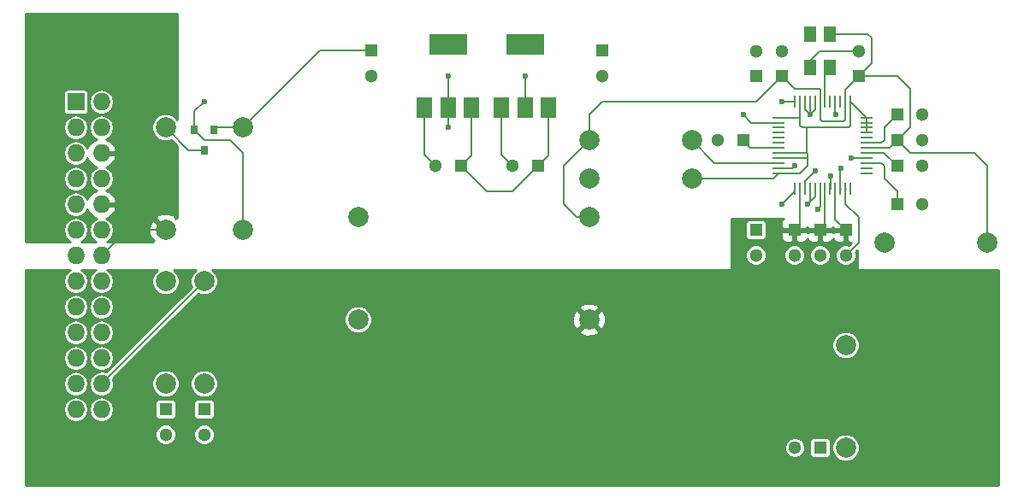
<source format=gbr>
G04 #@! TF.FileFunction,Copper,L1,Top,Signal*
%FSLAX46Y46*%
G04 Gerber Fmt 4.6, Leading zero omitted, Abs format (unit mm)*
G04 Created by KiCad (PCBNEW 4.0.5+dfsg1-4) date Fri Dec 21 19:33:44 2018*
%MOMM*%
%LPD*%
G01*
G04 APERTURE LIST*
%ADD10C,0.100000*%
%ADD11R,1.300000X0.250000*%
%ADD12R,0.250000X1.300000*%
%ADD13R,1.300000X1.300000*%
%ADD14C,1.300000*%
%ADD15R,1.727200X1.727200*%
%ADD16O,1.727200X1.727200*%
%ADD17R,0.800000X0.900000*%
%ADD18C,1.998980*%
%ADD19R,3.800000X2.000000*%
%ADD20R,1.500000X2.000000*%
%ADD21R,1.300000X1.600000*%
%ADD22C,0.600000*%
%ADD23C,0.203200*%
%ADD24C,0.254000*%
G04 APERTURE END LIST*
D10*
D11*
X192564000Y-107398000D03*
X192564000Y-106898000D03*
X192564000Y-106398000D03*
X192564000Y-105898000D03*
X192564000Y-105398000D03*
X192564000Y-104898000D03*
X192564000Y-104398000D03*
X192564000Y-103898000D03*
X192564000Y-103398000D03*
X192564000Y-102898000D03*
X192564000Y-102398000D03*
X192564000Y-101898000D03*
D12*
X190964000Y-100298000D03*
X190464000Y-100298000D03*
X189964000Y-100298000D03*
X189464000Y-100298000D03*
X188964000Y-100298000D03*
X188464000Y-100298000D03*
X187964000Y-100298000D03*
X187464000Y-100298000D03*
X186964000Y-100298000D03*
X186464000Y-100298000D03*
X185964000Y-100298000D03*
X185464000Y-100298000D03*
D11*
X183864000Y-101898000D03*
X183864000Y-102398000D03*
X183864000Y-102898000D03*
X183864000Y-103398000D03*
X183864000Y-103898000D03*
X183864000Y-104398000D03*
X183864000Y-104898000D03*
X183864000Y-105398000D03*
X183864000Y-105898000D03*
X183864000Y-106398000D03*
X183864000Y-106898000D03*
X183864000Y-107398000D03*
D12*
X185464000Y-108998000D03*
X185964000Y-108998000D03*
X186464000Y-108998000D03*
X186964000Y-108998000D03*
X187464000Y-108998000D03*
X187964000Y-108998000D03*
X188464000Y-108998000D03*
X188964000Y-108998000D03*
X189464000Y-108998000D03*
X189964000Y-108998000D03*
X190464000Y-108998000D03*
X190964000Y-108998000D03*
D13*
X181610000Y-113030000D03*
D14*
X181610000Y-115530000D03*
D15*
X114300000Y-100330000D03*
D16*
X116840000Y-100330000D03*
X114300000Y-102870000D03*
X116840000Y-102870000D03*
X114300000Y-105410000D03*
X116840000Y-105410000D03*
X114300000Y-107950000D03*
X116840000Y-107950000D03*
X114300000Y-110490000D03*
X116840000Y-110490000D03*
X114300000Y-113030000D03*
X116840000Y-113030000D03*
X114300000Y-115570000D03*
X116840000Y-115570000D03*
X114300000Y-118110000D03*
X116840000Y-118110000D03*
X114300000Y-120650000D03*
X116840000Y-120650000D03*
X114300000Y-123190000D03*
X116840000Y-123190000D03*
X114300000Y-125730000D03*
X116840000Y-125730000D03*
X114300000Y-128270000D03*
X116840000Y-128270000D03*
X114300000Y-130810000D03*
X116840000Y-130810000D03*
D13*
X160020000Y-106680000D03*
D14*
X157520000Y-106680000D03*
D13*
X152400000Y-106680000D03*
D14*
X149900000Y-106680000D03*
D13*
X143510000Y-95250000D03*
D14*
X143510000Y-97750000D03*
D13*
X166370000Y-95250000D03*
D14*
X166370000Y-97750000D03*
D13*
X184150000Y-97790000D03*
D14*
X184150000Y-95290000D03*
D13*
X191770000Y-97790000D03*
D14*
X191770000Y-95290000D03*
D13*
X195580000Y-104140000D03*
D14*
X198080000Y-104140000D03*
D13*
X195580000Y-101600000D03*
D14*
X198080000Y-101600000D03*
D13*
X195580000Y-106680000D03*
D14*
X198080000Y-106680000D03*
D13*
X181610000Y-97790000D03*
D14*
X181610000Y-95290000D03*
D13*
X180340000Y-104140000D03*
D14*
X177840000Y-104140000D03*
D13*
X185420000Y-113030000D03*
D14*
X185420000Y-115530000D03*
D13*
X187960000Y-113030000D03*
D14*
X187960000Y-115530000D03*
D13*
X190500000Y-113030000D03*
D14*
X190500000Y-115530000D03*
D13*
X187960000Y-134620000D03*
D14*
X185460000Y-134620000D03*
D13*
X127000000Y-130810000D03*
D14*
X127000000Y-133310000D03*
D13*
X123190000Y-130810000D03*
D14*
X123190000Y-133310000D03*
D13*
X195580000Y-110490000D03*
D14*
X198080000Y-110490000D03*
D17*
X127950000Y-103140000D03*
X126050000Y-103140000D03*
X127000000Y-105140000D03*
D18*
X165100000Y-121920000D03*
X165100000Y-111760000D03*
X142240000Y-121920000D03*
X142240000Y-111760000D03*
X165100000Y-107950000D03*
X175260000Y-107950000D03*
X165100000Y-104140000D03*
X175260000Y-104140000D03*
X190500000Y-134620000D03*
X190500000Y-124460000D03*
X127000000Y-128270000D03*
X127000000Y-118110000D03*
X123190000Y-128270000D03*
X123190000Y-118110000D03*
X194310000Y-114300000D03*
X204470000Y-114300000D03*
X130810000Y-113030000D03*
X130810000Y-102870000D03*
X123190000Y-102870000D03*
X123190000Y-113030000D03*
D19*
X151130000Y-94640000D03*
D20*
X151130000Y-100940000D03*
X153430000Y-100940000D03*
X148830000Y-100940000D03*
D19*
X158750000Y-94640000D03*
D20*
X158750000Y-100940000D03*
X161050000Y-100940000D03*
X156450000Y-100940000D03*
D21*
X186960000Y-93600000D03*
X186960000Y-96900000D03*
X188960000Y-96900000D03*
X188960000Y-93600000D03*
D22*
X189484000Y-101600000D03*
X186944000Y-101600000D03*
X191008000Y-105918000D03*
X185420000Y-106680000D03*
X151130000Y-97790000D03*
X151130000Y-102870000D03*
X184150000Y-100330000D03*
X158750000Y-97790000D03*
X186690000Y-110490000D03*
X184150000Y-110490000D03*
X188976000Y-107696000D03*
X189992000Y-106934000D03*
X187452000Y-107188000D03*
X127000000Y-100330000D03*
X180340000Y-101600000D03*
X187706000Y-110998000D03*
D23*
X116840000Y-115570000D02*
X119380000Y-113030000D01*
X119380000Y-113030000D02*
X123190000Y-113030000D01*
X160020000Y-106680000D02*
X157480000Y-109220000D01*
X157480000Y-109220000D02*
X154940000Y-109220000D01*
X154940000Y-109220000D02*
X152400000Y-106680000D01*
X160020000Y-106680000D02*
X161050000Y-105650000D01*
X161050000Y-105650000D02*
X161050000Y-100940000D01*
X152400000Y-106680000D02*
X153430000Y-105650000D01*
X153430000Y-105650000D02*
X153430000Y-100940000D01*
X189464000Y-100298000D02*
X189464000Y-101580000D01*
X189464000Y-101580000D02*
X189484000Y-101600000D01*
X187464000Y-100298000D02*
X187464000Y-101080000D01*
X186464000Y-101120000D02*
X186944000Y-101600000D01*
X186464000Y-100298000D02*
X186464000Y-101120000D01*
X186964000Y-101580000D02*
X186944000Y-101600000D01*
X186964000Y-101580000D02*
X186964000Y-100298000D01*
X187464000Y-101080000D02*
X186944000Y-101600000D01*
X192564000Y-105898000D02*
X191028000Y-105898000D01*
X191028000Y-105898000D02*
X191008000Y-105918000D01*
X187464000Y-100298000D02*
X187464000Y-100826000D01*
X186964000Y-100298000D02*
X186964000Y-100604000D01*
X183864000Y-106898000D02*
X185202000Y-106898000D01*
X185202000Y-106898000D02*
X185420000Y-106680000D01*
X186960000Y-96900000D02*
X186960000Y-96250000D01*
X186960000Y-96250000D02*
X187920000Y-95290000D01*
X187920000Y-95290000D02*
X191770000Y-95290000D01*
X149900000Y-106680000D02*
X148830000Y-105610000D01*
X148830000Y-105610000D02*
X148830000Y-100940000D01*
X157520000Y-106680000D02*
X156450000Y-105610000D01*
X156450000Y-105610000D02*
X156450000Y-100940000D01*
X190464000Y-100298000D02*
X190464000Y-102072000D01*
X187964000Y-102112000D02*
X187964000Y-100298000D01*
X188142000Y-102290000D02*
X187964000Y-102112000D01*
X190246000Y-102290000D02*
X188142000Y-102290000D01*
X190464000Y-102072000D02*
X190246000Y-102290000D01*
X165100000Y-104140000D02*
X162560000Y-106680000D01*
X163830000Y-111760000D02*
X165100000Y-111760000D01*
X162560000Y-110490000D02*
X163830000Y-111760000D01*
X162560000Y-106680000D02*
X162560000Y-110490000D01*
X187960000Y-100302000D02*
X187964000Y-100298000D01*
X187964000Y-100298000D02*
X187964000Y-99064000D01*
X187964000Y-99064000D02*
X187960000Y-99060000D01*
X187960000Y-99060000D02*
X185420000Y-99060000D01*
X185420000Y-99060000D02*
X184150000Y-97790000D01*
X184150000Y-97790000D02*
X181610000Y-100330000D01*
X165100000Y-101600000D02*
X165100000Y-104140000D01*
X166370000Y-100330000D02*
X165100000Y-101600000D01*
X181610000Y-100330000D02*
X166370000Y-100330000D01*
X130810000Y-102870000D02*
X138430000Y-95250000D01*
X138430000Y-95250000D02*
X143510000Y-95250000D01*
X130810000Y-102870000D02*
X128220000Y-102870000D01*
X128220000Y-102870000D02*
X127950000Y-103140000D01*
X195580000Y-104140000D02*
X196850000Y-102870000D01*
X195580000Y-97790000D02*
X191770000Y-97790000D01*
X196850000Y-99060000D02*
X195580000Y-97790000D01*
X196850000Y-102870000D02*
X196850000Y-99060000D01*
X190464000Y-100298000D02*
X190464000Y-99096000D01*
X190464000Y-99096000D02*
X191770000Y-97790000D01*
X191770000Y-97790000D02*
X193040000Y-96520000D01*
X193040000Y-96520000D02*
X193040000Y-93980000D01*
X193040000Y-93980000D02*
X192660000Y-93600000D01*
X192660000Y-93600000D02*
X188960000Y-93600000D01*
X151130000Y-100940000D02*
X151130000Y-97790000D01*
X151130000Y-100940000D02*
X151130000Y-102870000D01*
X204470000Y-114300000D02*
X204470000Y-106680000D01*
X196850000Y-105410000D02*
X195580000Y-104140000D01*
X203200000Y-105410000D02*
X196850000Y-105410000D01*
X204470000Y-106680000D02*
X203200000Y-105410000D01*
X195580000Y-104140000D02*
X194822000Y-104898000D01*
X194822000Y-104898000D02*
X192564000Y-104898000D01*
X185464000Y-100298000D02*
X184182000Y-100298000D01*
X184182000Y-100298000D02*
X184150000Y-100330000D01*
X183864000Y-104898000D02*
X181098000Y-104898000D01*
X181098000Y-104898000D02*
X180340000Y-104140000D01*
X192564000Y-105398000D02*
X192552000Y-105410000D01*
X158750000Y-100940000D02*
X158750000Y-97790000D01*
X195580000Y-101600000D02*
X194310000Y-102870000D01*
X194052000Y-104398000D02*
X192564000Y-104398000D01*
X194310000Y-104140000D02*
X194052000Y-104398000D01*
X194310000Y-102870000D02*
X194310000Y-104140000D01*
X195580000Y-106680000D02*
X194298000Y-105398000D01*
X194298000Y-105398000D02*
X192564000Y-105398000D01*
X185964000Y-108998000D02*
X185964000Y-112486000D01*
X185964000Y-112486000D02*
X185420000Y-113030000D01*
X189464000Y-108998000D02*
X189464000Y-111994000D01*
X189464000Y-111994000D02*
X190500000Y-113030000D01*
X188464000Y-108998000D02*
X188464000Y-112526000D01*
X188464000Y-112526000D02*
X187960000Y-113030000D01*
X187464000Y-108998000D02*
X187464000Y-109716000D01*
X187464000Y-109716000D02*
X186690000Y-110490000D01*
X186964000Y-108998000D02*
X186964000Y-110216000D01*
X186964000Y-110216000D02*
X186690000Y-110490000D01*
X185464000Y-108998000D02*
X185464000Y-109176000D01*
X185464000Y-109176000D02*
X184150000Y-110490000D01*
X190464000Y-108998000D02*
X190464000Y-110454000D01*
X191770000Y-114260000D02*
X190500000Y-115530000D01*
X191770000Y-111760000D02*
X191770000Y-114260000D01*
X190464000Y-110454000D02*
X191770000Y-111760000D01*
X190500000Y-109034000D02*
X190464000Y-108998000D01*
X188964000Y-108998000D02*
X188976000Y-108986000D01*
X188976000Y-108986000D02*
X188976000Y-107696000D01*
X195580000Y-110490000D02*
X195580000Y-109220000D01*
X194028000Y-106398000D02*
X192564000Y-106398000D01*
X194310000Y-106680000D02*
X194028000Y-106398000D01*
X194310000Y-107950000D02*
X194310000Y-106680000D01*
X195580000Y-109220000D02*
X194310000Y-107950000D01*
X127000000Y-105140000D02*
X125460000Y-105140000D01*
X125460000Y-105140000D02*
X123190000Y-102870000D01*
X189964000Y-108998000D02*
X189964000Y-106962000D01*
X189964000Y-106962000D02*
X189992000Y-106934000D01*
X189992000Y-108970000D02*
X189964000Y-108998000D01*
X127000000Y-118110000D02*
X116840000Y-128270000D01*
X186464000Y-108998000D02*
X186464000Y-108176000D01*
X186464000Y-108176000D02*
X187452000Y-107188000D01*
X183864000Y-102398000D02*
X181138000Y-102398000D01*
X126050000Y-101280000D02*
X126050000Y-103140000D01*
X127000000Y-100330000D02*
X126050000Y-101280000D01*
X181138000Y-102398000D02*
X180340000Y-101600000D01*
X130810000Y-113030000D02*
X130810000Y-105410000D01*
X127050000Y-104140000D02*
X126050000Y-103140000D01*
X129540000Y-104140000D02*
X127050000Y-104140000D01*
X130810000Y-105410000D02*
X129540000Y-104140000D01*
X183864000Y-105898000D02*
X186690000Y-105898000D01*
X186690000Y-105898000D02*
X186690000Y-105918000D01*
X186678000Y-105398000D02*
X186678000Y-102870000D01*
X186678000Y-102870000D02*
X186690000Y-102870000D01*
X183864000Y-101898000D02*
X185964000Y-101898000D01*
X185928000Y-101854000D02*
X185964000Y-101854000D01*
X185928000Y-101862000D02*
X185928000Y-101854000D01*
X185964000Y-101898000D02*
X185928000Y-101862000D01*
X190964000Y-100298000D02*
X190964000Y-102660000D01*
X190964000Y-102660000D02*
X190754000Y-102870000D01*
X190754000Y-102870000D02*
X186690000Y-102870000D01*
X185964000Y-102652000D02*
X185964000Y-101854000D01*
X186690000Y-102870000D02*
X186182000Y-102870000D01*
X186182000Y-102870000D02*
X185964000Y-102652000D01*
X185964000Y-101854000D02*
X185964000Y-100298000D01*
X190964000Y-100298000D02*
X192564000Y-101898000D01*
X192564000Y-101898000D02*
X192564000Y-102398000D01*
X192564000Y-102398000D02*
X192564000Y-102898000D01*
X192564000Y-102898000D02*
X192564000Y-103398000D01*
X183864000Y-107398000D02*
X185972000Y-107398000D01*
X186678000Y-105398000D02*
X183864000Y-105398000D01*
X186690000Y-105410000D02*
X186678000Y-105398000D01*
X186690000Y-106680000D02*
X186690000Y-105918000D01*
X186690000Y-105918000D02*
X186690000Y-105410000D01*
X185972000Y-107398000D02*
X186690000Y-106680000D01*
X183864000Y-107398000D02*
X183312000Y-107950000D01*
X183312000Y-107950000D02*
X175260000Y-107950000D01*
X183864000Y-106398000D02*
X177518000Y-106398000D01*
X177518000Y-106398000D02*
X175260000Y-104140000D01*
X187964000Y-108998000D02*
X187964000Y-110740000D01*
X187964000Y-110740000D02*
X187706000Y-110998000D01*
X188960000Y-96900000D02*
X188464000Y-97396000D01*
X188464000Y-97396000D02*
X188464000Y-100298000D01*
D24*
G36*
X184231673Y-112020302D02*
X184135000Y-112253691D01*
X184135000Y-112744250D01*
X184293750Y-112903000D01*
X185293000Y-112903000D01*
X185293000Y-112883000D01*
X185547000Y-112883000D01*
X185547000Y-112903000D01*
X186546250Y-112903000D01*
X186690000Y-112759250D01*
X186833750Y-112903000D01*
X187833000Y-112903000D01*
X187833000Y-112883000D01*
X188087000Y-112883000D01*
X188087000Y-112903000D01*
X189086250Y-112903000D01*
X189230000Y-112759250D01*
X189373750Y-112903000D01*
X190373000Y-112903000D01*
X190373000Y-112883000D01*
X190627000Y-112883000D01*
X190627000Y-112903000D01*
X190647000Y-112903000D01*
X190647000Y-113157000D01*
X190627000Y-113157000D01*
X190627000Y-114156250D01*
X190785750Y-114315000D01*
X191032500Y-114315000D01*
X190806556Y-114540944D01*
X190705978Y-114499180D01*
X190295821Y-114498822D01*
X189916749Y-114655451D01*
X189626471Y-114945223D01*
X189469180Y-115324022D01*
X189468822Y-115734179D01*
X189625451Y-116113251D01*
X189915223Y-116403529D01*
X190294022Y-116560820D01*
X190704179Y-116561178D01*
X191083251Y-116404549D01*
X191373529Y-116114777D01*
X191530820Y-115735978D01*
X191531178Y-115325821D01*
X191488929Y-115223571D01*
X191643000Y-115069500D01*
X191643000Y-116840000D01*
X191653006Y-116889410D01*
X191681447Y-116931035D01*
X191723841Y-116958315D01*
X191770000Y-116967000D01*
X205613000Y-116967000D01*
X205613000Y-138303000D01*
X109347000Y-138303000D01*
X109347000Y-134824179D01*
X184428822Y-134824179D01*
X184585451Y-135203251D01*
X184875223Y-135493529D01*
X185254022Y-135650820D01*
X185664179Y-135651178D01*
X186043251Y-135494549D01*
X186333529Y-135204777D01*
X186490820Y-134825978D01*
X186491178Y-134415821D01*
X186334549Y-134036749D01*
X186267917Y-133970000D01*
X186921536Y-133970000D01*
X186921536Y-135270000D01*
X186948103Y-135411190D01*
X187031546Y-135540865D01*
X187158866Y-135627859D01*
X187310000Y-135658464D01*
X188610000Y-135658464D01*
X188751190Y-135631897D01*
X188880865Y-135548454D01*
X188967859Y-135421134D01*
X188998464Y-135270000D01*
X188998464Y-134893392D01*
X189119271Y-134893392D01*
X189328995Y-135400963D01*
X189716994Y-135789640D01*
X190224199Y-136000249D01*
X190773392Y-136000729D01*
X191280963Y-135791005D01*
X191669640Y-135403006D01*
X191880249Y-134895801D01*
X191880729Y-134346608D01*
X191671005Y-133839037D01*
X191283006Y-133450360D01*
X190775801Y-133239751D01*
X190226608Y-133239271D01*
X189719037Y-133448995D01*
X189330360Y-133836994D01*
X189119751Y-134344199D01*
X189119271Y-134893392D01*
X188998464Y-134893392D01*
X188998464Y-133970000D01*
X188971897Y-133828810D01*
X188888454Y-133699135D01*
X188761134Y-133612141D01*
X188610000Y-133581536D01*
X187310000Y-133581536D01*
X187168810Y-133608103D01*
X187039135Y-133691546D01*
X186952141Y-133818866D01*
X186921536Y-133970000D01*
X186267917Y-133970000D01*
X186044777Y-133746471D01*
X185665978Y-133589180D01*
X185255821Y-133588822D01*
X184876749Y-133745451D01*
X184586471Y-134035223D01*
X184429180Y-134414022D01*
X184428822Y-134824179D01*
X109347000Y-134824179D01*
X109347000Y-133514179D01*
X122158822Y-133514179D01*
X122315451Y-133893251D01*
X122605223Y-134183529D01*
X122984022Y-134340820D01*
X123394179Y-134341178D01*
X123773251Y-134184549D01*
X124063529Y-133894777D01*
X124220820Y-133515978D01*
X124220821Y-133514179D01*
X125968822Y-133514179D01*
X126125451Y-133893251D01*
X126415223Y-134183529D01*
X126794022Y-134340820D01*
X127204179Y-134341178D01*
X127583251Y-134184549D01*
X127873529Y-133894777D01*
X128030820Y-133515978D01*
X128031178Y-133105821D01*
X127874549Y-132726749D01*
X127584777Y-132436471D01*
X127205978Y-132279180D01*
X126795821Y-132278822D01*
X126416749Y-132435451D01*
X126126471Y-132725223D01*
X125969180Y-133104022D01*
X125968822Y-133514179D01*
X124220821Y-133514179D01*
X124221178Y-133105821D01*
X124064549Y-132726749D01*
X123774777Y-132436471D01*
X123395978Y-132279180D01*
X122985821Y-132278822D01*
X122606749Y-132435451D01*
X122316471Y-132725223D01*
X122159180Y-133104022D01*
X122158822Y-133514179D01*
X109347000Y-133514179D01*
X109347000Y-130810000D01*
X113031017Y-130810000D01*
X113125757Y-131286288D01*
X113395552Y-131690065D01*
X113799329Y-131959860D01*
X114275617Y-132054600D01*
X114324383Y-132054600D01*
X114800671Y-131959860D01*
X115204448Y-131690065D01*
X115474243Y-131286288D01*
X115568983Y-130810000D01*
X115571017Y-130810000D01*
X115665757Y-131286288D01*
X115935552Y-131690065D01*
X116339329Y-131959860D01*
X116815617Y-132054600D01*
X116864383Y-132054600D01*
X117340671Y-131959860D01*
X117744448Y-131690065D01*
X118014243Y-131286288D01*
X118108983Y-130810000D01*
X118014243Y-130333712D01*
X117898173Y-130160000D01*
X122151536Y-130160000D01*
X122151536Y-131460000D01*
X122178103Y-131601190D01*
X122261546Y-131730865D01*
X122388866Y-131817859D01*
X122540000Y-131848464D01*
X123840000Y-131848464D01*
X123981190Y-131821897D01*
X124110865Y-131738454D01*
X124197859Y-131611134D01*
X124228464Y-131460000D01*
X124228464Y-130160000D01*
X125961536Y-130160000D01*
X125961536Y-131460000D01*
X125988103Y-131601190D01*
X126071546Y-131730865D01*
X126198866Y-131817859D01*
X126350000Y-131848464D01*
X127650000Y-131848464D01*
X127791190Y-131821897D01*
X127920865Y-131738454D01*
X128007859Y-131611134D01*
X128038464Y-131460000D01*
X128038464Y-130160000D01*
X128011897Y-130018810D01*
X127928454Y-129889135D01*
X127801134Y-129802141D01*
X127650000Y-129771536D01*
X126350000Y-129771536D01*
X126208810Y-129798103D01*
X126079135Y-129881546D01*
X125992141Y-130008866D01*
X125961536Y-130160000D01*
X124228464Y-130160000D01*
X124201897Y-130018810D01*
X124118454Y-129889135D01*
X123991134Y-129802141D01*
X123840000Y-129771536D01*
X122540000Y-129771536D01*
X122398810Y-129798103D01*
X122269135Y-129881546D01*
X122182141Y-130008866D01*
X122151536Y-130160000D01*
X117898173Y-130160000D01*
X117744448Y-129929935D01*
X117340671Y-129660140D01*
X116864383Y-129565400D01*
X116815617Y-129565400D01*
X116339329Y-129660140D01*
X115935552Y-129929935D01*
X115665757Y-130333712D01*
X115571017Y-130810000D01*
X115568983Y-130810000D01*
X115474243Y-130333712D01*
X115204448Y-129929935D01*
X114800671Y-129660140D01*
X114324383Y-129565400D01*
X114275617Y-129565400D01*
X113799329Y-129660140D01*
X113395552Y-129929935D01*
X113125757Y-130333712D01*
X113031017Y-130810000D01*
X109347000Y-130810000D01*
X109347000Y-128270000D01*
X113031017Y-128270000D01*
X113125757Y-128746288D01*
X113395552Y-129150065D01*
X113799329Y-129419860D01*
X114275617Y-129514600D01*
X114324383Y-129514600D01*
X114800671Y-129419860D01*
X115204448Y-129150065D01*
X115474243Y-128746288D01*
X115568983Y-128270000D01*
X115474243Y-127793712D01*
X115204448Y-127389935D01*
X114800671Y-127120140D01*
X114324383Y-127025400D01*
X114275617Y-127025400D01*
X113799329Y-127120140D01*
X113395552Y-127389935D01*
X113125757Y-127793712D01*
X113031017Y-128270000D01*
X109347000Y-128270000D01*
X109347000Y-125730000D01*
X113031017Y-125730000D01*
X113125757Y-126206288D01*
X113395552Y-126610065D01*
X113799329Y-126879860D01*
X114275617Y-126974600D01*
X114324383Y-126974600D01*
X114800671Y-126879860D01*
X115204448Y-126610065D01*
X115474243Y-126206288D01*
X115568983Y-125730000D01*
X115571017Y-125730000D01*
X115665757Y-126206288D01*
X115935552Y-126610065D01*
X116339329Y-126879860D01*
X116815617Y-126974600D01*
X116864383Y-126974600D01*
X117340671Y-126879860D01*
X117744448Y-126610065D01*
X118014243Y-126206288D01*
X118108983Y-125730000D01*
X118014243Y-125253712D01*
X117744448Y-124849935D01*
X117340671Y-124580140D01*
X116864383Y-124485400D01*
X116815617Y-124485400D01*
X116339329Y-124580140D01*
X115935552Y-124849935D01*
X115665757Y-125253712D01*
X115571017Y-125730000D01*
X115568983Y-125730000D01*
X115474243Y-125253712D01*
X115204448Y-124849935D01*
X114800671Y-124580140D01*
X114324383Y-124485400D01*
X114275617Y-124485400D01*
X113799329Y-124580140D01*
X113395552Y-124849935D01*
X113125757Y-125253712D01*
X113031017Y-125730000D01*
X109347000Y-125730000D01*
X109347000Y-123190000D01*
X113031017Y-123190000D01*
X113125757Y-123666288D01*
X113395552Y-124070065D01*
X113799329Y-124339860D01*
X114275617Y-124434600D01*
X114324383Y-124434600D01*
X114800671Y-124339860D01*
X115204448Y-124070065D01*
X115474243Y-123666288D01*
X115568983Y-123190000D01*
X115571017Y-123190000D01*
X115665757Y-123666288D01*
X115935552Y-124070065D01*
X116339329Y-124339860D01*
X116815617Y-124434600D01*
X116864383Y-124434600D01*
X117340671Y-124339860D01*
X117744448Y-124070065D01*
X118014243Y-123666288D01*
X118108983Y-123190000D01*
X118014243Y-122713712D01*
X117744448Y-122309935D01*
X117340671Y-122040140D01*
X116864383Y-121945400D01*
X116815617Y-121945400D01*
X116339329Y-122040140D01*
X115935552Y-122309935D01*
X115665757Y-122713712D01*
X115571017Y-123190000D01*
X115568983Y-123190000D01*
X115474243Y-122713712D01*
X115204448Y-122309935D01*
X114800671Y-122040140D01*
X114324383Y-121945400D01*
X114275617Y-121945400D01*
X113799329Y-122040140D01*
X113395552Y-122309935D01*
X113125757Y-122713712D01*
X113031017Y-123190000D01*
X109347000Y-123190000D01*
X109347000Y-120650000D01*
X113031017Y-120650000D01*
X113125757Y-121126288D01*
X113395552Y-121530065D01*
X113799329Y-121799860D01*
X114275617Y-121894600D01*
X114324383Y-121894600D01*
X114800671Y-121799860D01*
X115204448Y-121530065D01*
X115474243Y-121126288D01*
X115568983Y-120650000D01*
X115571017Y-120650000D01*
X115665757Y-121126288D01*
X115935552Y-121530065D01*
X116339329Y-121799860D01*
X116815617Y-121894600D01*
X116864383Y-121894600D01*
X117340671Y-121799860D01*
X117744448Y-121530065D01*
X118014243Y-121126288D01*
X118108983Y-120650000D01*
X118014243Y-120173712D01*
X117744448Y-119769935D01*
X117340671Y-119500140D01*
X116864383Y-119405400D01*
X116815617Y-119405400D01*
X116339329Y-119500140D01*
X115935552Y-119769935D01*
X115665757Y-120173712D01*
X115571017Y-120650000D01*
X115568983Y-120650000D01*
X115474243Y-120173712D01*
X115204448Y-119769935D01*
X114800671Y-119500140D01*
X114324383Y-119405400D01*
X114275617Y-119405400D01*
X113799329Y-119500140D01*
X113395552Y-119769935D01*
X113125757Y-120173712D01*
X113031017Y-120650000D01*
X109347000Y-120650000D01*
X109347000Y-116967000D01*
X113789062Y-116967000D01*
X113395552Y-117229935D01*
X113125757Y-117633712D01*
X113031017Y-118110000D01*
X113125757Y-118586288D01*
X113395552Y-118990065D01*
X113799329Y-119259860D01*
X114275617Y-119354600D01*
X114324383Y-119354600D01*
X114800671Y-119259860D01*
X115204448Y-118990065D01*
X115474243Y-118586288D01*
X115568983Y-118110000D01*
X115474243Y-117633712D01*
X115204448Y-117229935D01*
X114810938Y-116967000D01*
X116329062Y-116967000D01*
X115935552Y-117229935D01*
X115665757Y-117633712D01*
X115571017Y-118110000D01*
X115665757Y-118586288D01*
X115935552Y-118990065D01*
X116339329Y-119259860D01*
X116815617Y-119354600D01*
X116864383Y-119354600D01*
X117340671Y-119259860D01*
X117744448Y-118990065D01*
X118014243Y-118586288D01*
X118108983Y-118110000D01*
X118014243Y-117633712D01*
X117744448Y-117229935D01*
X117350938Y-116967000D01*
X122380983Y-116967000D01*
X122020360Y-117326994D01*
X121809751Y-117834199D01*
X121809271Y-118383392D01*
X122018995Y-118890963D01*
X122406994Y-119279640D01*
X122914199Y-119490249D01*
X123463392Y-119490729D01*
X123970963Y-119281005D01*
X124359640Y-118893006D01*
X124570249Y-118385801D01*
X124570729Y-117836608D01*
X124361005Y-117329037D01*
X123999600Y-116967000D01*
X126190983Y-116967000D01*
X125830360Y-117326994D01*
X125619751Y-117834199D01*
X125619271Y-118383392D01*
X125743486Y-118684014D01*
X117312887Y-127114613D01*
X116864383Y-127025400D01*
X116815617Y-127025400D01*
X116339329Y-127120140D01*
X115935552Y-127389935D01*
X115665757Y-127793712D01*
X115571017Y-128270000D01*
X115665757Y-128746288D01*
X115935552Y-129150065D01*
X116339329Y-129419860D01*
X116815617Y-129514600D01*
X116864383Y-129514600D01*
X117340671Y-129419860D01*
X117744448Y-129150065D01*
X118014243Y-128746288D01*
X118054601Y-128543392D01*
X121809271Y-128543392D01*
X122018995Y-129050963D01*
X122406994Y-129439640D01*
X122914199Y-129650249D01*
X123463392Y-129650729D01*
X123970963Y-129441005D01*
X124359640Y-129053006D01*
X124570249Y-128545801D01*
X124570251Y-128543392D01*
X125619271Y-128543392D01*
X125828995Y-129050963D01*
X126216994Y-129439640D01*
X126724199Y-129650249D01*
X127273392Y-129650729D01*
X127780963Y-129441005D01*
X128169640Y-129053006D01*
X128380249Y-128545801D01*
X128380729Y-127996608D01*
X128171005Y-127489037D01*
X127783006Y-127100360D01*
X127275801Y-126889751D01*
X126726608Y-126889271D01*
X126219037Y-127098995D01*
X125830360Y-127486994D01*
X125619751Y-127994199D01*
X125619271Y-128543392D01*
X124570251Y-128543392D01*
X124570729Y-127996608D01*
X124361005Y-127489037D01*
X123973006Y-127100360D01*
X123465801Y-126889751D01*
X122916608Y-126889271D01*
X122409037Y-127098995D01*
X122020360Y-127486994D01*
X121809751Y-127994199D01*
X121809271Y-128543392D01*
X118054601Y-128543392D01*
X118108983Y-128270000D01*
X118014243Y-127793712D01*
X118008053Y-127784447D01*
X121059108Y-124733392D01*
X189119271Y-124733392D01*
X189328995Y-125240963D01*
X189716994Y-125629640D01*
X190224199Y-125840249D01*
X190773392Y-125840729D01*
X191280963Y-125631005D01*
X191669640Y-125243006D01*
X191880249Y-124735801D01*
X191880729Y-124186608D01*
X191671005Y-123679037D01*
X191283006Y-123290360D01*
X190775801Y-123079751D01*
X190226608Y-123079271D01*
X189719037Y-123288995D01*
X189330360Y-123676994D01*
X189119751Y-124184199D01*
X189119271Y-124733392D01*
X121059108Y-124733392D01*
X123599108Y-122193392D01*
X140859271Y-122193392D01*
X141068995Y-122700963D01*
X141456994Y-123089640D01*
X141964199Y-123300249D01*
X142513392Y-123300729D01*
X143020963Y-123091005D01*
X143039837Y-123072163D01*
X164127443Y-123072163D01*
X164226042Y-123338965D01*
X164835582Y-123565401D01*
X165485377Y-123541341D01*
X165973958Y-123338965D01*
X166072557Y-123072163D01*
X165100000Y-122099605D01*
X164127443Y-123072163D01*
X143039837Y-123072163D01*
X143409640Y-122703006D01*
X143620249Y-122195801D01*
X143620721Y-121655582D01*
X163454599Y-121655582D01*
X163478659Y-122305377D01*
X163681035Y-122793958D01*
X163947837Y-122892557D01*
X164920395Y-121920000D01*
X165279605Y-121920000D01*
X166252163Y-122892557D01*
X166518965Y-122793958D01*
X166745401Y-122184418D01*
X166721341Y-121534623D01*
X166518965Y-121046042D01*
X166252163Y-120947443D01*
X165279605Y-121920000D01*
X164920395Y-121920000D01*
X163947837Y-120947443D01*
X163681035Y-121046042D01*
X163454599Y-121655582D01*
X143620721Y-121655582D01*
X143620729Y-121646608D01*
X143411005Y-121139037D01*
X143040453Y-120767837D01*
X164127443Y-120767837D01*
X165100000Y-121740395D01*
X166072557Y-120767837D01*
X165973958Y-120501035D01*
X165364418Y-120274599D01*
X164714623Y-120298659D01*
X164226042Y-120501035D01*
X164127443Y-120767837D01*
X143040453Y-120767837D01*
X143023006Y-120750360D01*
X142515801Y-120539751D01*
X141966608Y-120539271D01*
X141459037Y-120748995D01*
X141070360Y-121136994D01*
X140859751Y-121644199D01*
X140859271Y-122193392D01*
X123599108Y-122193392D01*
X126426052Y-119366448D01*
X126724199Y-119490249D01*
X127273392Y-119490729D01*
X127780963Y-119281005D01*
X128169640Y-118893006D01*
X128380249Y-118385801D01*
X128380729Y-117836608D01*
X128171005Y-117329037D01*
X127809600Y-116967000D01*
X179070000Y-116967000D01*
X179119410Y-116956994D01*
X179161035Y-116928553D01*
X179188315Y-116886159D01*
X179197000Y-116840000D01*
X179197000Y-115734179D01*
X180578822Y-115734179D01*
X180735451Y-116113251D01*
X181025223Y-116403529D01*
X181404022Y-116560820D01*
X181814179Y-116561178D01*
X182193251Y-116404549D01*
X182483529Y-116114777D01*
X182640820Y-115735978D01*
X182640821Y-115734179D01*
X184388822Y-115734179D01*
X184545451Y-116113251D01*
X184835223Y-116403529D01*
X185214022Y-116560820D01*
X185624179Y-116561178D01*
X186003251Y-116404549D01*
X186293529Y-116114777D01*
X186450820Y-115735978D01*
X186450821Y-115734179D01*
X186928822Y-115734179D01*
X187085451Y-116113251D01*
X187375223Y-116403529D01*
X187754022Y-116560820D01*
X188164179Y-116561178D01*
X188543251Y-116404549D01*
X188833529Y-116114777D01*
X188990820Y-115735978D01*
X188991178Y-115325821D01*
X188834549Y-114946749D01*
X188544777Y-114656471D01*
X188165978Y-114499180D01*
X187755821Y-114498822D01*
X187376749Y-114655451D01*
X187086471Y-114945223D01*
X186929180Y-115324022D01*
X186928822Y-115734179D01*
X186450821Y-115734179D01*
X186451178Y-115325821D01*
X186294549Y-114946749D01*
X186004777Y-114656471D01*
X185625978Y-114499180D01*
X185215821Y-114498822D01*
X184836749Y-114655451D01*
X184546471Y-114945223D01*
X184389180Y-115324022D01*
X184388822Y-115734179D01*
X182640821Y-115734179D01*
X182641178Y-115325821D01*
X182484549Y-114946749D01*
X182194777Y-114656471D01*
X181815978Y-114499180D01*
X181405821Y-114498822D01*
X181026749Y-114655451D01*
X180736471Y-114945223D01*
X180579180Y-115324022D01*
X180578822Y-115734179D01*
X179197000Y-115734179D01*
X179197000Y-112380000D01*
X180571536Y-112380000D01*
X180571536Y-113680000D01*
X180598103Y-113821190D01*
X180681546Y-113950865D01*
X180808866Y-114037859D01*
X180960000Y-114068464D01*
X182260000Y-114068464D01*
X182401190Y-114041897D01*
X182530865Y-113958454D01*
X182617859Y-113831134D01*
X182648464Y-113680000D01*
X182648464Y-113315750D01*
X184135000Y-113315750D01*
X184135000Y-113806309D01*
X184231673Y-114039698D01*
X184410301Y-114218327D01*
X184643690Y-114315000D01*
X185134250Y-114315000D01*
X185293000Y-114156250D01*
X185293000Y-113157000D01*
X185547000Y-113157000D01*
X185547000Y-114156250D01*
X185705750Y-114315000D01*
X186196310Y-114315000D01*
X186429699Y-114218327D01*
X186608327Y-114039698D01*
X186690000Y-113842522D01*
X186771673Y-114039698D01*
X186950301Y-114218327D01*
X187183690Y-114315000D01*
X187674250Y-114315000D01*
X187833000Y-114156250D01*
X187833000Y-113157000D01*
X188087000Y-113157000D01*
X188087000Y-114156250D01*
X188245750Y-114315000D01*
X188736310Y-114315000D01*
X188969699Y-114218327D01*
X189148327Y-114039698D01*
X189230000Y-113842522D01*
X189311673Y-114039698D01*
X189490301Y-114218327D01*
X189723690Y-114315000D01*
X190214250Y-114315000D01*
X190373000Y-114156250D01*
X190373000Y-113157000D01*
X189373750Y-113157000D01*
X189230000Y-113300750D01*
X189086250Y-113157000D01*
X188087000Y-113157000D01*
X187833000Y-113157000D01*
X186833750Y-113157000D01*
X186690000Y-113300750D01*
X186546250Y-113157000D01*
X185547000Y-113157000D01*
X185293000Y-113157000D01*
X184293750Y-113157000D01*
X184135000Y-113315750D01*
X182648464Y-113315750D01*
X182648464Y-112380000D01*
X182621897Y-112238810D01*
X182538454Y-112109135D01*
X182411134Y-112022141D01*
X182260000Y-111991536D01*
X180960000Y-111991536D01*
X180818810Y-112018103D01*
X180689135Y-112101546D01*
X180602141Y-112228866D01*
X180571536Y-112380000D01*
X179197000Y-112380000D01*
X179197000Y-111887000D01*
X184364974Y-111887000D01*
X184231673Y-112020302D01*
X184231673Y-112020302D01*
G37*
X184231673Y-112020302D02*
X184135000Y-112253691D01*
X184135000Y-112744250D01*
X184293750Y-112903000D01*
X185293000Y-112903000D01*
X185293000Y-112883000D01*
X185547000Y-112883000D01*
X185547000Y-112903000D01*
X186546250Y-112903000D01*
X186690000Y-112759250D01*
X186833750Y-112903000D01*
X187833000Y-112903000D01*
X187833000Y-112883000D01*
X188087000Y-112883000D01*
X188087000Y-112903000D01*
X189086250Y-112903000D01*
X189230000Y-112759250D01*
X189373750Y-112903000D01*
X190373000Y-112903000D01*
X190373000Y-112883000D01*
X190627000Y-112883000D01*
X190627000Y-112903000D01*
X190647000Y-112903000D01*
X190647000Y-113157000D01*
X190627000Y-113157000D01*
X190627000Y-114156250D01*
X190785750Y-114315000D01*
X191032500Y-114315000D01*
X190806556Y-114540944D01*
X190705978Y-114499180D01*
X190295821Y-114498822D01*
X189916749Y-114655451D01*
X189626471Y-114945223D01*
X189469180Y-115324022D01*
X189468822Y-115734179D01*
X189625451Y-116113251D01*
X189915223Y-116403529D01*
X190294022Y-116560820D01*
X190704179Y-116561178D01*
X191083251Y-116404549D01*
X191373529Y-116114777D01*
X191530820Y-115735978D01*
X191531178Y-115325821D01*
X191488929Y-115223571D01*
X191643000Y-115069500D01*
X191643000Y-116840000D01*
X191653006Y-116889410D01*
X191681447Y-116931035D01*
X191723841Y-116958315D01*
X191770000Y-116967000D01*
X205613000Y-116967000D01*
X205613000Y-138303000D01*
X109347000Y-138303000D01*
X109347000Y-134824179D01*
X184428822Y-134824179D01*
X184585451Y-135203251D01*
X184875223Y-135493529D01*
X185254022Y-135650820D01*
X185664179Y-135651178D01*
X186043251Y-135494549D01*
X186333529Y-135204777D01*
X186490820Y-134825978D01*
X186491178Y-134415821D01*
X186334549Y-134036749D01*
X186267917Y-133970000D01*
X186921536Y-133970000D01*
X186921536Y-135270000D01*
X186948103Y-135411190D01*
X187031546Y-135540865D01*
X187158866Y-135627859D01*
X187310000Y-135658464D01*
X188610000Y-135658464D01*
X188751190Y-135631897D01*
X188880865Y-135548454D01*
X188967859Y-135421134D01*
X188998464Y-135270000D01*
X188998464Y-134893392D01*
X189119271Y-134893392D01*
X189328995Y-135400963D01*
X189716994Y-135789640D01*
X190224199Y-136000249D01*
X190773392Y-136000729D01*
X191280963Y-135791005D01*
X191669640Y-135403006D01*
X191880249Y-134895801D01*
X191880729Y-134346608D01*
X191671005Y-133839037D01*
X191283006Y-133450360D01*
X190775801Y-133239751D01*
X190226608Y-133239271D01*
X189719037Y-133448995D01*
X189330360Y-133836994D01*
X189119751Y-134344199D01*
X189119271Y-134893392D01*
X188998464Y-134893392D01*
X188998464Y-133970000D01*
X188971897Y-133828810D01*
X188888454Y-133699135D01*
X188761134Y-133612141D01*
X188610000Y-133581536D01*
X187310000Y-133581536D01*
X187168810Y-133608103D01*
X187039135Y-133691546D01*
X186952141Y-133818866D01*
X186921536Y-133970000D01*
X186267917Y-133970000D01*
X186044777Y-133746471D01*
X185665978Y-133589180D01*
X185255821Y-133588822D01*
X184876749Y-133745451D01*
X184586471Y-134035223D01*
X184429180Y-134414022D01*
X184428822Y-134824179D01*
X109347000Y-134824179D01*
X109347000Y-133514179D01*
X122158822Y-133514179D01*
X122315451Y-133893251D01*
X122605223Y-134183529D01*
X122984022Y-134340820D01*
X123394179Y-134341178D01*
X123773251Y-134184549D01*
X124063529Y-133894777D01*
X124220820Y-133515978D01*
X124220821Y-133514179D01*
X125968822Y-133514179D01*
X126125451Y-133893251D01*
X126415223Y-134183529D01*
X126794022Y-134340820D01*
X127204179Y-134341178D01*
X127583251Y-134184549D01*
X127873529Y-133894777D01*
X128030820Y-133515978D01*
X128031178Y-133105821D01*
X127874549Y-132726749D01*
X127584777Y-132436471D01*
X127205978Y-132279180D01*
X126795821Y-132278822D01*
X126416749Y-132435451D01*
X126126471Y-132725223D01*
X125969180Y-133104022D01*
X125968822Y-133514179D01*
X124220821Y-133514179D01*
X124221178Y-133105821D01*
X124064549Y-132726749D01*
X123774777Y-132436471D01*
X123395978Y-132279180D01*
X122985821Y-132278822D01*
X122606749Y-132435451D01*
X122316471Y-132725223D01*
X122159180Y-133104022D01*
X122158822Y-133514179D01*
X109347000Y-133514179D01*
X109347000Y-130810000D01*
X113031017Y-130810000D01*
X113125757Y-131286288D01*
X113395552Y-131690065D01*
X113799329Y-131959860D01*
X114275617Y-132054600D01*
X114324383Y-132054600D01*
X114800671Y-131959860D01*
X115204448Y-131690065D01*
X115474243Y-131286288D01*
X115568983Y-130810000D01*
X115571017Y-130810000D01*
X115665757Y-131286288D01*
X115935552Y-131690065D01*
X116339329Y-131959860D01*
X116815617Y-132054600D01*
X116864383Y-132054600D01*
X117340671Y-131959860D01*
X117744448Y-131690065D01*
X118014243Y-131286288D01*
X118108983Y-130810000D01*
X118014243Y-130333712D01*
X117898173Y-130160000D01*
X122151536Y-130160000D01*
X122151536Y-131460000D01*
X122178103Y-131601190D01*
X122261546Y-131730865D01*
X122388866Y-131817859D01*
X122540000Y-131848464D01*
X123840000Y-131848464D01*
X123981190Y-131821897D01*
X124110865Y-131738454D01*
X124197859Y-131611134D01*
X124228464Y-131460000D01*
X124228464Y-130160000D01*
X125961536Y-130160000D01*
X125961536Y-131460000D01*
X125988103Y-131601190D01*
X126071546Y-131730865D01*
X126198866Y-131817859D01*
X126350000Y-131848464D01*
X127650000Y-131848464D01*
X127791190Y-131821897D01*
X127920865Y-131738454D01*
X128007859Y-131611134D01*
X128038464Y-131460000D01*
X128038464Y-130160000D01*
X128011897Y-130018810D01*
X127928454Y-129889135D01*
X127801134Y-129802141D01*
X127650000Y-129771536D01*
X126350000Y-129771536D01*
X126208810Y-129798103D01*
X126079135Y-129881546D01*
X125992141Y-130008866D01*
X125961536Y-130160000D01*
X124228464Y-130160000D01*
X124201897Y-130018810D01*
X124118454Y-129889135D01*
X123991134Y-129802141D01*
X123840000Y-129771536D01*
X122540000Y-129771536D01*
X122398810Y-129798103D01*
X122269135Y-129881546D01*
X122182141Y-130008866D01*
X122151536Y-130160000D01*
X117898173Y-130160000D01*
X117744448Y-129929935D01*
X117340671Y-129660140D01*
X116864383Y-129565400D01*
X116815617Y-129565400D01*
X116339329Y-129660140D01*
X115935552Y-129929935D01*
X115665757Y-130333712D01*
X115571017Y-130810000D01*
X115568983Y-130810000D01*
X115474243Y-130333712D01*
X115204448Y-129929935D01*
X114800671Y-129660140D01*
X114324383Y-129565400D01*
X114275617Y-129565400D01*
X113799329Y-129660140D01*
X113395552Y-129929935D01*
X113125757Y-130333712D01*
X113031017Y-130810000D01*
X109347000Y-130810000D01*
X109347000Y-128270000D01*
X113031017Y-128270000D01*
X113125757Y-128746288D01*
X113395552Y-129150065D01*
X113799329Y-129419860D01*
X114275617Y-129514600D01*
X114324383Y-129514600D01*
X114800671Y-129419860D01*
X115204448Y-129150065D01*
X115474243Y-128746288D01*
X115568983Y-128270000D01*
X115474243Y-127793712D01*
X115204448Y-127389935D01*
X114800671Y-127120140D01*
X114324383Y-127025400D01*
X114275617Y-127025400D01*
X113799329Y-127120140D01*
X113395552Y-127389935D01*
X113125757Y-127793712D01*
X113031017Y-128270000D01*
X109347000Y-128270000D01*
X109347000Y-125730000D01*
X113031017Y-125730000D01*
X113125757Y-126206288D01*
X113395552Y-126610065D01*
X113799329Y-126879860D01*
X114275617Y-126974600D01*
X114324383Y-126974600D01*
X114800671Y-126879860D01*
X115204448Y-126610065D01*
X115474243Y-126206288D01*
X115568983Y-125730000D01*
X115571017Y-125730000D01*
X115665757Y-126206288D01*
X115935552Y-126610065D01*
X116339329Y-126879860D01*
X116815617Y-126974600D01*
X116864383Y-126974600D01*
X117340671Y-126879860D01*
X117744448Y-126610065D01*
X118014243Y-126206288D01*
X118108983Y-125730000D01*
X118014243Y-125253712D01*
X117744448Y-124849935D01*
X117340671Y-124580140D01*
X116864383Y-124485400D01*
X116815617Y-124485400D01*
X116339329Y-124580140D01*
X115935552Y-124849935D01*
X115665757Y-125253712D01*
X115571017Y-125730000D01*
X115568983Y-125730000D01*
X115474243Y-125253712D01*
X115204448Y-124849935D01*
X114800671Y-124580140D01*
X114324383Y-124485400D01*
X114275617Y-124485400D01*
X113799329Y-124580140D01*
X113395552Y-124849935D01*
X113125757Y-125253712D01*
X113031017Y-125730000D01*
X109347000Y-125730000D01*
X109347000Y-123190000D01*
X113031017Y-123190000D01*
X113125757Y-123666288D01*
X113395552Y-124070065D01*
X113799329Y-124339860D01*
X114275617Y-124434600D01*
X114324383Y-124434600D01*
X114800671Y-124339860D01*
X115204448Y-124070065D01*
X115474243Y-123666288D01*
X115568983Y-123190000D01*
X115571017Y-123190000D01*
X115665757Y-123666288D01*
X115935552Y-124070065D01*
X116339329Y-124339860D01*
X116815617Y-124434600D01*
X116864383Y-124434600D01*
X117340671Y-124339860D01*
X117744448Y-124070065D01*
X118014243Y-123666288D01*
X118108983Y-123190000D01*
X118014243Y-122713712D01*
X117744448Y-122309935D01*
X117340671Y-122040140D01*
X116864383Y-121945400D01*
X116815617Y-121945400D01*
X116339329Y-122040140D01*
X115935552Y-122309935D01*
X115665757Y-122713712D01*
X115571017Y-123190000D01*
X115568983Y-123190000D01*
X115474243Y-122713712D01*
X115204448Y-122309935D01*
X114800671Y-122040140D01*
X114324383Y-121945400D01*
X114275617Y-121945400D01*
X113799329Y-122040140D01*
X113395552Y-122309935D01*
X113125757Y-122713712D01*
X113031017Y-123190000D01*
X109347000Y-123190000D01*
X109347000Y-120650000D01*
X113031017Y-120650000D01*
X113125757Y-121126288D01*
X113395552Y-121530065D01*
X113799329Y-121799860D01*
X114275617Y-121894600D01*
X114324383Y-121894600D01*
X114800671Y-121799860D01*
X115204448Y-121530065D01*
X115474243Y-121126288D01*
X115568983Y-120650000D01*
X115571017Y-120650000D01*
X115665757Y-121126288D01*
X115935552Y-121530065D01*
X116339329Y-121799860D01*
X116815617Y-121894600D01*
X116864383Y-121894600D01*
X117340671Y-121799860D01*
X117744448Y-121530065D01*
X118014243Y-121126288D01*
X118108983Y-120650000D01*
X118014243Y-120173712D01*
X117744448Y-119769935D01*
X117340671Y-119500140D01*
X116864383Y-119405400D01*
X116815617Y-119405400D01*
X116339329Y-119500140D01*
X115935552Y-119769935D01*
X115665757Y-120173712D01*
X115571017Y-120650000D01*
X115568983Y-120650000D01*
X115474243Y-120173712D01*
X115204448Y-119769935D01*
X114800671Y-119500140D01*
X114324383Y-119405400D01*
X114275617Y-119405400D01*
X113799329Y-119500140D01*
X113395552Y-119769935D01*
X113125757Y-120173712D01*
X113031017Y-120650000D01*
X109347000Y-120650000D01*
X109347000Y-116967000D01*
X113789062Y-116967000D01*
X113395552Y-117229935D01*
X113125757Y-117633712D01*
X113031017Y-118110000D01*
X113125757Y-118586288D01*
X113395552Y-118990065D01*
X113799329Y-119259860D01*
X114275617Y-119354600D01*
X114324383Y-119354600D01*
X114800671Y-119259860D01*
X115204448Y-118990065D01*
X115474243Y-118586288D01*
X115568983Y-118110000D01*
X115474243Y-117633712D01*
X115204448Y-117229935D01*
X114810938Y-116967000D01*
X116329062Y-116967000D01*
X115935552Y-117229935D01*
X115665757Y-117633712D01*
X115571017Y-118110000D01*
X115665757Y-118586288D01*
X115935552Y-118990065D01*
X116339329Y-119259860D01*
X116815617Y-119354600D01*
X116864383Y-119354600D01*
X117340671Y-119259860D01*
X117744448Y-118990065D01*
X118014243Y-118586288D01*
X118108983Y-118110000D01*
X118014243Y-117633712D01*
X117744448Y-117229935D01*
X117350938Y-116967000D01*
X122380983Y-116967000D01*
X122020360Y-117326994D01*
X121809751Y-117834199D01*
X121809271Y-118383392D01*
X122018995Y-118890963D01*
X122406994Y-119279640D01*
X122914199Y-119490249D01*
X123463392Y-119490729D01*
X123970963Y-119281005D01*
X124359640Y-118893006D01*
X124570249Y-118385801D01*
X124570729Y-117836608D01*
X124361005Y-117329037D01*
X123999600Y-116967000D01*
X126190983Y-116967000D01*
X125830360Y-117326994D01*
X125619751Y-117834199D01*
X125619271Y-118383392D01*
X125743486Y-118684014D01*
X117312887Y-127114613D01*
X116864383Y-127025400D01*
X116815617Y-127025400D01*
X116339329Y-127120140D01*
X115935552Y-127389935D01*
X115665757Y-127793712D01*
X115571017Y-128270000D01*
X115665757Y-128746288D01*
X115935552Y-129150065D01*
X116339329Y-129419860D01*
X116815617Y-129514600D01*
X116864383Y-129514600D01*
X117340671Y-129419860D01*
X117744448Y-129150065D01*
X118014243Y-128746288D01*
X118054601Y-128543392D01*
X121809271Y-128543392D01*
X122018995Y-129050963D01*
X122406994Y-129439640D01*
X122914199Y-129650249D01*
X123463392Y-129650729D01*
X123970963Y-129441005D01*
X124359640Y-129053006D01*
X124570249Y-128545801D01*
X124570251Y-128543392D01*
X125619271Y-128543392D01*
X125828995Y-129050963D01*
X126216994Y-129439640D01*
X126724199Y-129650249D01*
X127273392Y-129650729D01*
X127780963Y-129441005D01*
X128169640Y-129053006D01*
X128380249Y-128545801D01*
X128380729Y-127996608D01*
X128171005Y-127489037D01*
X127783006Y-127100360D01*
X127275801Y-126889751D01*
X126726608Y-126889271D01*
X126219037Y-127098995D01*
X125830360Y-127486994D01*
X125619751Y-127994199D01*
X125619271Y-128543392D01*
X124570251Y-128543392D01*
X124570729Y-127996608D01*
X124361005Y-127489037D01*
X123973006Y-127100360D01*
X123465801Y-126889751D01*
X122916608Y-126889271D01*
X122409037Y-127098995D01*
X122020360Y-127486994D01*
X121809751Y-127994199D01*
X121809271Y-128543392D01*
X118054601Y-128543392D01*
X118108983Y-128270000D01*
X118014243Y-127793712D01*
X118008053Y-127784447D01*
X121059108Y-124733392D01*
X189119271Y-124733392D01*
X189328995Y-125240963D01*
X189716994Y-125629640D01*
X190224199Y-125840249D01*
X190773392Y-125840729D01*
X191280963Y-125631005D01*
X191669640Y-125243006D01*
X191880249Y-124735801D01*
X191880729Y-124186608D01*
X191671005Y-123679037D01*
X191283006Y-123290360D01*
X190775801Y-123079751D01*
X190226608Y-123079271D01*
X189719037Y-123288995D01*
X189330360Y-123676994D01*
X189119751Y-124184199D01*
X189119271Y-124733392D01*
X121059108Y-124733392D01*
X123599108Y-122193392D01*
X140859271Y-122193392D01*
X141068995Y-122700963D01*
X141456994Y-123089640D01*
X141964199Y-123300249D01*
X142513392Y-123300729D01*
X143020963Y-123091005D01*
X143039837Y-123072163D01*
X164127443Y-123072163D01*
X164226042Y-123338965D01*
X164835582Y-123565401D01*
X165485377Y-123541341D01*
X165973958Y-123338965D01*
X166072557Y-123072163D01*
X165100000Y-122099605D01*
X164127443Y-123072163D01*
X143039837Y-123072163D01*
X143409640Y-122703006D01*
X143620249Y-122195801D01*
X143620721Y-121655582D01*
X163454599Y-121655582D01*
X163478659Y-122305377D01*
X163681035Y-122793958D01*
X163947837Y-122892557D01*
X164920395Y-121920000D01*
X165279605Y-121920000D01*
X166252163Y-122892557D01*
X166518965Y-122793958D01*
X166745401Y-122184418D01*
X166721341Y-121534623D01*
X166518965Y-121046042D01*
X166252163Y-120947443D01*
X165279605Y-121920000D01*
X164920395Y-121920000D01*
X163947837Y-120947443D01*
X163681035Y-121046042D01*
X163454599Y-121655582D01*
X143620721Y-121655582D01*
X143620729Y-121646608D01*
X143411005Y-121139037D01*
X143040453Y-120767837D01*
X164127443Y-120767837D01*
X165100000Y-121740395D01*
X166072557Y-120767837D01*
X165973958Y-120501035D01*
X165364418Y-120274599D01*
X164714623Y-120298659D01*
X164226042Y-120501035D01*
X164127443Y-120767837D01*
X143040453Y-120767837D01*
X143023006Y-120750360D01*
X142515801Y-120539751D01*
X141966608Y-120539271D01*
X141459037Y-120748995D01*
X141070360Y-121136994D01*
X140859751Y-121644199D01*
X140859271Y-122193392D01*
X123599108Y-122193392D01*
X126426052Y-119366448D01*
X126724199Y-119490249D01*
X127273392Y-119490729D01*
X127780963Y-119281005D01*
X128169640Y-118893006D01*
X128380249Y-118385801D01*
X128380729Y-117836608D01*
X128171005Y-117329037D01*
X127809600Y-116967000D01*
X179070000Y-116967000D01*
X179119410Y-116956994D01*
X179161035Y-116928553D01*
X179188315Y-116886159D01*
X179197000Y-116840000D01*
X179197000Y-115734179D01*
X180578822Y-115734179D01*
X180735451Y-116113251D01*
X181025223Y-116403529D01*
X181404022Y-116560820D01*
X181814179Y-116561178D01*
X182193251Y-116404549D01*
X182483529Y-116114777D01*
X182640820Y-115735978D01*
X182640821Y-115734179D01*
X184388822Y-115734179D01*
X184545451Y-116113251D01*
X184835223Y-116403529D01*
X185214022Y-116560820D01*
X185624179Y-116561178D01*
X186003251Y-116404549D01*
X186293529Y-116114777D01*
X186450820Y-115735978D01*
X186450821Y-115734179D01*
X186928822Y-115734179D01*
X187085451Y-116113251D01*
X187375223Y-116403529D01*
X187754022Y-116560820D01*
X188164179Y-116561178D01*
X188543251Y-116404549D01*
X188833529Y-116114777D01*
X188990820Y-115735978D01*
X188991178Y-115325821D01*
X188834549Y-114946749D01*
X188544777Y-114656471D01*
X188165978Y-114499180D01*
X187755821Y-114498822D01*
X187376749Y-114655451D01*
X187086471Y-114945223D01*
X186929180Y-115324022D01*
X186928822Y-115734179D01*
X186450821Y-115734179D01*
X186451178Y-115325821D01*
X186294549Y-114946749D01*
X186004777Y-114656471D01*
X185625978Y-114499180D01*
X185215821Y-114498822D01*
X184836749Y-114655451D01*
X184546471Y-114945223D01*
X184389180Y-115324022D01*
X184388822Y-115734179D01*
X182640821Y-115734179D01*
X182641178Y-115325821D01*
X182484549Y-114946749D01*
X182194777Y-114656471D01*
X181815978Y-114499180D01*
X181405821Y-114498822D01*
X181026749Y-114655451D01*
X180736471Y-114945223D01*
X180579180Y-115324022D01*
X180578822Y-115734179D01*
X179197000Y-115734179D01*
X179197000Y-112380000D01*
X180571536Y-112380000D01*
X180571536Y-113680000D01*
X180598103Y-113821190D01*
X180681546Y-113950865D01*
X180808866Y-114037859D01*
X180960000Y-114068464D01*
X182260000Y-114068464D01*
X182401190Y-114041897D01*
X182530865Y-113958454D01*
X182617859Y-113831134D01*
X182648464Y-113680000D01*
X182648464Y-113315750D01*
X184135000Y-113315750D01*
X184135000Y-113806309D01*
X184231673Y-114039698D01*
X184410301Y-114218327D01*
X184643690Y-114315000D01*
X185134250Y-114315000D01*
X185293000Y-114156250D01*
X185293000Y-113157000D01*
X185547000Y-113157000D01*
X185547000Y-114156250D01*
X185705750Y-114315000D01*
X186196310Y-114315000D01*
X186429699Y-114218327D01*
X186608327Y-114039698D01*
X186690000Y-113842522D01*
X186771673Y-114039698D01*
X186950301Y-114218327D01*
X187183690Y-114315000D01*
X187674250Y-114315000D01*
X187833000Y-114156250D01*
X187833000Y-113157000D01*
X188087000Y-113157000D01*
X188087000Y-114156250D01*
X188245750Y-114315000D01*
X188736310Y-114315000D01*
X188969699Y-114218327D01*
X189148327Y-114039698D01*
X189230000Y-113842522D01*
X189311673Y-114039698D01*
X189490301Y-114218327D01*
X189723690Y-114315000D01*
X190214250Y-114315000D01*
X190373000Y-114156250D01*
X190373000Y-113157000D01*
X189373750Y-113157000D01*
X189230000Y-113300750D01*
X189086250Y-113157000D01*
X188087000Y-113157000D01*
X187833000Y-113157000D01*
X186833750Y-113157000D01*
X186690000Y-113300750D01*
X186546250Y-113157000D01*
X185547000Y-113157000D01*
X185293000Y-113157000D01*
X184293750Y-113157000D01*
X184135000Y-113315750D01*
X182648464Y-113315750D01*
X182648464Y-112380000D01*
X182621897Y-112238810D01*
X182538454Y-112109135D01*
X182411134Y-112022141D01*
X182260000Y-111991536D01*
X180960000Y-111991536D01*
X180818810Y-112018103D01*
X180689135Y-112101546D01*
X180602141Y-112228866D01*
X180571536Y-112380000D01*
X179197000Y-112380000D01*
X179197000Y-111887000D01*
X184364974Y-111887000D01*
X184231673Y-112020302D01*
G36*
X124333000Y-102060983D02*
X123973006Y-101700360D01*
X123465801Y-101489751D01*
X122916608Y-101489271D01*
X122409037Y-101698995D01*
X122020360Y-102086994D01*
X121809751Y-102594199D01*
X121809271Y-103143392D01*
X122018995Y-103650963D01*
X122406994Y-104039640D01*
X122914199Y-104250249D01*
X123463392Y-104250729D01*
X123764014Y-104126514D01*
X124333000Y-104695500D01*
X124333000Y-111819716D01*
X124276838Y-111763554D01*
X124162556Y-111877836D01*
X124063958Y-111611035D01*
X123454418Y-111384599D01*
X122804623Y-111408659D01*
X122316042Y-111611035D01*
X122217443Y-111877837D01*
X123190000Y-112850395D01*
X123204142Y-112836252D01*
X123383748Y-113015858D01*
X123369605Y-113030000D01*
X123383748Y-113044142D01*
X123204142Y-113223748D01*
X123190000Y-113209605D01*
X123175858Y-113223748D01*
X122996252Y-113044142D01*
X123010395Y-113030000D01*
X122037837Y-112057443D01*
X121771035Y-112156042D01*
X121544599Y-112765582D01*
X121568659Y-113415377D01*
X121771035Y-113903958D01*
X122037836Y-114002556D01*
X121923554Y-114116838D01*
X121979716Y-114173000D01*
X117350938Y-114173000D01*
X117744448Y-113910065D01*
X118014243Y-113506288D01*
X118108983Y-113030000D01*
X118014243Y-112553712D01*
X117744448Y-112149935D01*
X117340671Y-111880140D01*
X117338338Y-111879676D01*
X117728490Y-111696821D01*
X118122688Y-111264947D01*
X118294958Y-110849026D01*
X118173817Y-110617000D01*
X116967000Y-110617000D01*
X116967000Y-110637000D01*
X116713000Y-110637000D01*
X116713000Y-110617000D01*
X116693000Y-110617000D01*
X116693000Y-110363000D01*
X116713000Y-110363000D01*
X116713000Y-110343000D01*
X116967000Y-110343000D01*
X116967000Y-110363000D01*
X118173817Y-110363000D01*
X118294958Y-110130974D01*
X118122688Y-109715053D01*
X117728490Y-109283179D01*
X117338338Y-109100324D01*
X117340671Y-109099860D01*
X117744448Y-108830065D01*
X118014243Y-108426288D01*
X118108983Y-107950000D01*
X118014243Y-107473712D01*
X117744448Y-107069935D01*
X117340671Y-106800140D01*
X117338338Y-106799676D01*
X117728490Y-106616821D01*
X118122688Y-106184947D01*
X118294958Y-105769026D01*
X118173817Y-105537000D01*
X116967000Y-105537000D01*
X116967000Y-105557000D01*
X116713000Y-105557000D01*
X116713000Y-105537000D01*
X116693000Y-105537000D01*
X116693000Y-105283000D01*
X116713000Y-105283000D01*
X116713000Y-105263000D01*
X116967000Y-105263000D01*
X116967000Y-105283000D01*
X118173817Y-105283000D01*
X118294958Y-105050974D01*
X118122688Y-104635053D01*
X117728490Y-104203179D01*
X117338338Y-104020324D01*
X117340671Y-104019860D01*
X117744448Y-103750065D01*
X118014243Y-103346288D01*
X118108983Y-102870000D01*
X118014243Y-102393712D01*
X117744448Y-101989935D01*
X117340671Y-101720140D01*
X116864383Y-101625400D01*
X116815617Y-101625400D01*
X116339329Y-101720140D01*
X115935552Y-101989935D01*
X115665757Y-102393712D01*
X115571017Y-102870000D01*
X115665757Y-103346288D01*
X115935552Y-103750065D01*
X116339329Y-104019860D01*
X116341662Y-104020324D01*
X115951510Y-104203179D01*
X115557312Y-104635053D01*
X115449159Y-104896172D01*
X115204448Y-104529935D01*
X114800671Y-104260140D01*
X114324383Y-104165400D01*
X114275617Y-104165400D01*
X113799329Y-104260140D01*
X113395552Y-104529935D01*
X113125757Y-104933712D01*
X113031017Y-105410000D01*
X113125757Y-105886288D01*
X113395552Y-106290065D01*
X113799329Y-106559860D01*
X114275617Y-106654600D01*
X114324383Y-106654600D01*
X114800671Y-106559860D01*
X115204448Y-106290065D01*
X115449159Y-105923828D01*
X115557312Y-106184947D01*
X115951510Y-106616821D01*
X116341662Y-106799676D01*
X116339329Y-106800140D01*
X115935552Y-107069935D01*
X115665757Y-107473712D01*
X115571017Y-107950000D01*
X115665757Y-108426288D01*
X115935552Y-108830065D01*
X116339329Y-109099860D01*
X116341662Y-109100324D01*
X115951510Y-109283179D01*
X115557312Y-109715053D01*
X115449159Y-109976172D01*
X115204448Y-109609935D01*
X114800671Y-109340140D01*
X114324383Y-109245400D01*
X114275617Y-109245400D01*
X113799329Y-109340140D01*
X113395552Y-109609935D01*
X113125757Y-110013712D01*
X113031017Y-110490000D01*
X113125757Y-110966288D01*
X113395552Y-111370065D01*
X113799329Y-111639860D01*
X114275617Y-111734600D01*
X114324383Y-111734600D01*
X114800671Y-111639860D01*
X115204448Y-111370065D01*
X115449159Y-111003828D01*
X115557312Y-111264947D01*
X115951510Y-111696821D01*
X116341662Y-111879676D01*
X116339329Y-111880140D01*
X115935552Y-112149935D01*
X115665757Y-112553712D01*
X115571017Y-113030000D01*
X115665757Y-113506288D01*
X115935552Y-113910065D01*
X116329062Y-114173000D01*
X114810938Y-114173000D01*
X115204448Y-113910065D01*
X115474243Y-113506288D01*
X115568983Y-113030000D01*
X115474243Y-112553712D01*
X115204448Y-112149935D01*
X114800671Y-111880140D01*
X114324383Y-111785400D01*
X114275617Y-111785400D01*
X113799329Y-111880140D01*
X113395552Y-112149935D01*
X113125757Y-112553712D01*
X113031017Y-113030000D01*
X113125757Y-113506288D01*
X113395552Y-113910065D01*
X113789062Y-114173000D01*
X109347000Y-114173000D01*
X109347000Y-107950000D01*
X113031017Y-107950000D01*
X113125757Y-108426288D01*
X113395552Y-108830065D01*
X113799329Y-109099860D01*
X114275617Y-109194600D01*
X114324383Y-109194600D01*
X114800671Y-109099860D01*
X115204448Y-108830065D01*
X115474243Y-108426288D01*
X115568983Y-107950000D01*
X115474243Y-107473712D01*
X115204448Y-107069935D01*
X114800671Y-106800140D01*
X114324383Y-106705400D01*
X114275617Y-106705400D01*
X113799329Y-106800140D01*
X113395552Y-107069935D01*
X113125757Y-107473712D01*
X113031017Y-107950000D01*
X109347000Y-107950000D01*
X109347000Y-102870000D01*
X113031017Y-102870000D01*
X113125757Y-103346288D01*
X113395552Y-103750065D01*
X113799329Y-104019860D01*
X114275617Y-104114600D01*
X114324383Y-104114600D01*
X114800671Y-104019860D01*
X115204448Y-103750065D01*
X115474243Y-103346288D01*
X115568983Y-102870000D01*
X115474243Y-102393712D01*
X115204448Y-101989935D01*
X114800671Y-101720140D01*
X114324383Y-101625400D01*
X114275617Y-101625400D01*
X113799329Y-101720140D01*
X113395552Y-101989935D01*
X113125757Y-102393712D01*
X113031017Y-102870000D01*
X109347000Y-102870000D01*
X109347000Y-99466400D01*
X113047936Y-99466400D01*
X113047936Y-101193600D01*
X113074503Y-101334790D01*
X113157946Y-101464465D01*
X113285266Y-101551459D01*
X113436400Y-101582064D01*
X115163600Y-101582064D01*
X115304790Y-101555497D01*
X115434465Y-101472054D01*
X115521459Y-101344734D01*
X115552064Y-101193600D01*
X115552064Y-100330000D01*
X115571017Y-100330000D01*
X115665757Y-100806288D01*
X115935552Y-101210065D01*
X116339329Y-101479860D01*
X116815617Y-101574600D01*
X116864383Y-101574600D01*
X117340671Y-101479860D01*
X117744448Y-101210065D01*
X118014243Y-100806288D01*
X118108983Y-100330000D01*
X118014243Y-99853712D01*
X117744448Y-99449935D01*
X117340671Y-99180140D01*
X116864383Y-99085400D01*
X116815617Y-99085400D01*
X116339329Y-99180140D01*
X115935552Y-99449935D01*
X115665757Y-99853712D01*
X115571017Y-100330000D01*
X115552064Y-100330000D01*
X115552064Y-99466400D01*
X115525497Y-99325210D01*
X115442054Y-99195535D01*
X115314734Y-99108541D01*
X115163600Y-99077936D01*
X113436400Y-99077936D01*
X113295210Y-99104503D01*
X113165535Y-99187946D01*
X113078541Y-99315266D01*
X113047936Y-99466400D01*
X109347000Y-99466400D01*
X109347000Y-91567000D01*
X124333000Y-91567000D01*
X124333000Y-102060983D01*
X124333000Y-102060983D01*
G37*
X124333000Y-102060983D02*
X123973006Y-101700360D01*
X123465801Y-101489751D01*
X122916608Y-101489271D01*
X122409037Y-101698995D01*
X122020360Y-102086994D01*
X121809751Y-102594199D01*
X121809271Y-103143392D01*
X122018995Y-103650963D01*
X122406994Y-104039640D01*
X122914199Y-104250249D01*
X123463392Y-104250729D01*
X123764014Y-104126514D01*
X124333000Y-104695500D01*
X124333000Y-111819716D01*
X124276838Y-111763554D01*
X124162556Y-111877836D01*
X124063958Y-111611035D01*
X123454418Y-111384599D01*
X122804623Y-111408659D01*
X122316042Y-111611035D01*
X122217443Y-111877837D01*
X123190000Y-112850395D01*
X123204142Y-112836252D01*
X123383748Y-113015858D01*
X123369605Y-113030000D01*
X123383748Y-113044142D01*
X123204142Y-113223748D01*
X123190000Y-113209605D01*
X123175858Y-113223748D01*
X122996252Y-113044142D01*
X123010395Y-113030000D01*
X122037837Y-112057443D01*
X121771035Y-112156042D01*
X121544599Y-112765582D01*
X121568659Y-113415377D01*
X121771035Y-113903958D01*
X122037836Y-114002556D01*
X121923554Y-114116838D01*
X121979716Y-114173000D01*
X117350938Y-114173000D01*
X117744448Y-113910065D01*
X118014243Y-113506288D01*
X118108983Y-113030000D01*
X118014243Y-112553712D01*
X117744448Y-112149935D01*
X117340671Y-111880140D01*
X117338338Y-111879676D01*
X117728490Y-111696821D01*
X118122688Y-111264947D01*
X118294958Y-110849026D01*
X118173817Y-110617000D01*
X116967000Y-110617000D01*
X116967000Y-110637000D01*
X116713000Y-110637000D01*
X116713000Y-110617000D01*
X116693000Y-110617000D01*
X116693000Y-110363000D01*
X116713000Y-110363000D01*
X116713000Y-110343000D01*
X116967000Y-110343000D01*
X116967000Y-110363000D01*
X118173817Y-110363000D01*
X118294958Y-110130974D01*
X118122688Y-109715053D01*
X117728490Y-109283179D01*
X117338338Y-109100324D01*
X117340671Y-109099860D01*
X117744448Y-108830065D01*
X118014243Y-108426288D01*
X118108983Y-107950000D01*
X118014243Y-107473712D01*
X117744448Y-107069935D01*
X117340671Y-106800140D01*
X117338338Y-106799676D01*
X117728490Y-106616821D01*
X118122688Y-106184947D01*
X118294958Y-105769026D01*
X118173817Y-105537000D01*
X116967000Y-105537000D01*
X116967000Y-105557000D01*
X116713000Y-105557000D01*
X116713000Y-105537000D01*
X116693000Y-105537000D01*
X116693000Y-105283000D01*
X116713000Y-105283000D01*
X116713000Y-105263000D01*
X116967000Y-105263000D01*
X116967000Y-105283000D01*
X118173817Y-105283000D01*
X118294958Y-105050974D01*
X118122688Y-104635053D01*
X117728490Y-104203179D01*
X117338338Y-104020324D01*
X117340671Y-104019860D01*
X117744448Y-103750065D01*
X118014243Y-103346288D01*
X118108983Y-102870000D01*
X118014243Y-102393712D01*
X117744448Y-101989935D01*
X117340671Y-101720140D01*
X116864383Y-101625400D01*
X116815617Y-101625400D01*
X116339329Y-101720140D01*
X115935552Y-101989935D01*
X115665757Y-102393712D01*
X115571017Y-102870000D01*
X115665757Y-103346288D01*
X115935552Y-103750065D01*
X116339329Y-104019860D01*
X116341662Y-104020324D01*
X115951510Y-104203179D01*
X115557312Y-104635053D01*
X115449159Y-104896172D01*
X115204448Y-104529935D01*
X114800671Y-104260140D01*
X114324383Y-104165400D01*
X114275617Y-104165400D01*
X113799329Y-104260140D01*
X113395552Y-104529935D01*
X113125757Y-104933712D01*
X113031017Y-105410000D01*
X113125757Y-105886288D01*
X113395552Y-106290065D01*
X113799329Y-106559860D01*
X114275617Y-106654600D01*
X114324383Y-106654600D01*
X114800671Y-106559860D01*
X115204448Y-106290065D01*
X115449159Y-105923828D01*
X115557312Y-106184947D01*
X115951510Y-106616821D01*
X116341662Y-106799676D01*
X116339329Y-106800140D01*
X115935552Y-107069935D01*
X115665757Y-107473712D01*
X115571017Y-107950000D01*
X115665757Y-108426288D01*
X115935552Y-108830065D01*
X116339329Y-109099860D01*
X116341662Y-109100324D01*
X115951510Y-109283179D01*
X115557312Y-109715053D01*
X115449159Y-109976172D01*
X115204448Y-109609935D01*
X114800671Y-109340140D01*
X114324383Y-109245400D01*
X114275617Y-109245400D01*
X113799329Y-109340140D01*
X113395552Y-109609935D01*
X113125757Y-110013712D01*
X113031017Y-110490000D01*
X113125757Y-110966288D01*
X113395552Y-111370065D01*
X113799329Y-111639860D01*
X114275617Y-111734600D01*
X114324383Y-111734600D01*
X114800671Y-111639860D01*
X115204448Y-111370065D01*
X115449159Y-111003828D01*
X115557312Y-111264947D01*
X115951510Y-111696821D01*
X116341662Y-111879676D01*
X116339329Y-111880140D01*
X115935552Y-112149935D01*
X115665757Y-112553712D01*
X115571017Y-113030000D01*
X115665757Y-113506288D01*
X115935552Y-113910065D01*
X116329062Y-114173000D01*
X114810938Y-114173000D01*
X115204448Y-113910065D01*
X115474243Y-113506288D01*
X115568983Y-113030000D01*
X115474243Y-112553712D01*
X115204448Y-112149935D01*
X114800671Y-111880140D01*
X114324383Y-111785400D01*
X114275617Y-111785400D01*
X113799329Y-111880140D01*
X113395552Y-112149935D01*
X113125757Y-112553712D01*
X113031017Y-113030000D01*
X113125757Y-113506288D01*
X113395552Y-113910065D01*
X113789062Y-114173000D01*
X109347000Y-114173000D01*
X109347000Y-107950000D01*
X113031017Y-107950000D01*
X113125757Y-108426288D01*
X113395552Y-108830065D01*
X113799329Y-109099860D01*
X114275617Y-109194600D01*
X114324383Y-109194600D01*
X114800671Y-109099860D01*
X115204448Y-108830065D01*
X115474243Y-108426288D01*
X115568983Y-107950000D01*
X115474243Y-107473712D01*
X115204448Y-107069935D01*
X114800671Y-106800140D01*
X114324383Y-106705400D01*
X114275617Y-106705400D01*
X113799329Y-106800140D01*
X113395552Y-107069935D01*
X113125757Y-107473712D01*
X113031017Y-107950000D01*
X109347000Y-107950000D01*
X109347000Y-102870000D01*
X113031017Y-102870000D01*
X113125757Y-103346288D01*
X113395552Y-103750065D01*
X113799329Y-104019860D01*
X114275617Y-104114600D01*
X114324383Y-104114600D01*
X114800671Y-104019860D01*
X115204448Y-103750065D01*
X115474243Y-103346288D01*
X115568983Y-102870000D01*
X115474243Y-102393712D01*
X115204448Y-101989935D01*
X114800671Y-101720140D01*
X114324383Y-101625400D01*
X114275617Y-101625400D01*
X113799329Y-101720140D01*
X113395552Y-101989935D01*
X113125757Y-102393712D01*
X113031017Y-102870000D01*
X109347000Y-102870000D01*
X109347000Y-99466400D01*
X113047936Y-99466400D01*
X113047936Y-101193600D01*
X113074503Y-101334790D01*
X113157946Y-101464465D01*
X113285266Y-101551459D01*
X113436400Y-101582064D01*
X115163600Y-101582064D01*
X115304790Y-101555497D01*
X115434465Y-101472054D01*
X115521459Y-101344734D01*
X115552064Y-101193600D01*
X115552064Y-100330000D01*
X115571017Y-100330000D01*
X115665757Y-100806288D01*
X115935552Y-101210065D01*
X116339329Y-101479860D01*
X116815617Y-101574600D01*
X116864383Y-101574600D01*
X117340671Y-101479860D01*
X117744448Y-101210065D01*
X118014243Y-100806288D01*
X118108983Y-100330000D01*
X118014243Y-99853712D01*
X117744448Y-99449935D01*
X117340671Y-99180140D01*
X116864383Y-99085400D01*
X116815617Y-99085400D01*
X116339329Y-99180140D01*
X115935552Y-99449935D01*
X115665757Y-99853712D01*
X115571017Y-100330000D01*
X115552064Y-100330000D01*
X115552064Y-99466400D01*
X115525497Y-99325210D01*
X115442054Y-99195535D01*
X115314734Y-99108541D01*
X115163600Y-99077936D01*
X113436400Y-99077936D01*
X113295210Y-99104503D01*
X113165535Y-99187946D01*
X113078541Y-99315266D01*
X113047936Y-99466400D01*
X109347000Y-99466400D01*
X109347000Y-91567000D01*
X124333000Y-91567000D01*
X124333000Y-102060983D01*
M02*

</source>
